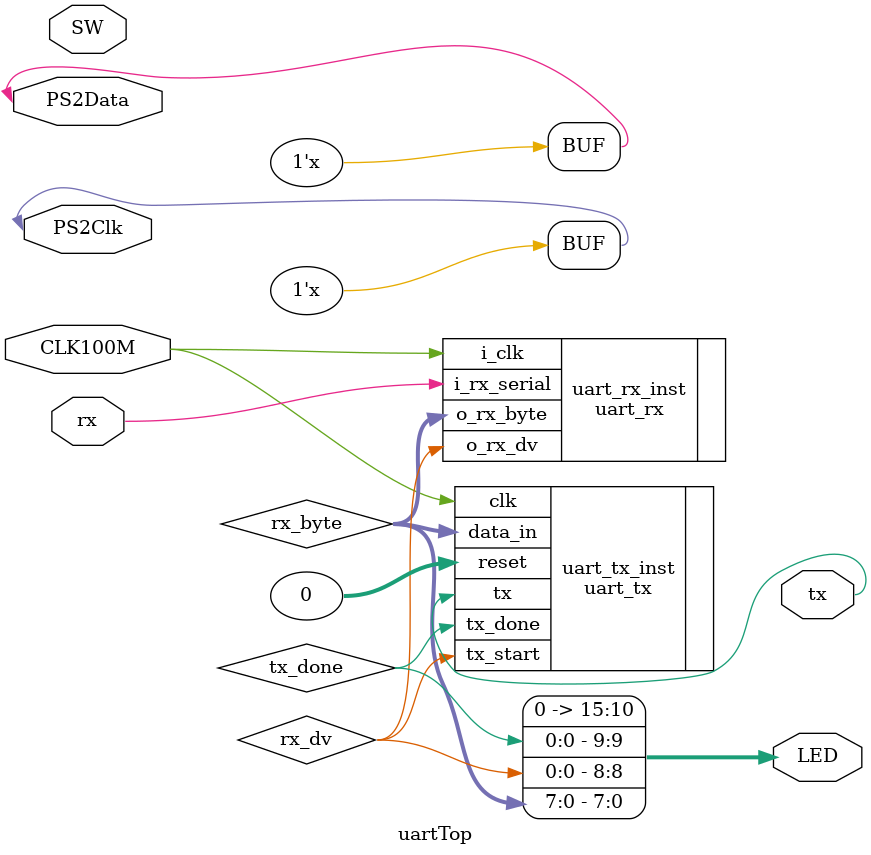
<source format=v>
`timescale 1ns / 1ps


`include "uart_module.v"

module uartTop(
		input CLK100M,     // 100MHz clock input
		input rx,         // UART RX
		input [15:0] SW,    // Switch (SW3,SW2,SW1,SW0)
		output [15:0] LED,   // LED    (LD3,LD2,LD1,LD0)
		output tx,         // UART TX
		inout PS2Clk,      // PS/2 Clock
		inout PS2Data      // PS/2 Data
		);
    
    wire [7:0] rx_byte;
    wire rx_dv;
    wire tx_done;

    uart_rx #(
        .p_CLKS_PER_BIT(10417)
    ) uart_rx_inst (
        .i_clk(CLK100M),
        .i_rx_serial(rx),
        .o_rx_dv(rx_dv),
        .o_rx_byte(rx_byte)
    );

    uart_tx #(
        .BAUD_RATE(10417)
    ) uart_tx_inst (
        .clk(CLK100M),
        .reset(0), // Assuming no reset for now
        .tx_start(rx_dv),
        .data_in(rx_byte),
        .tx_done(tx_done),
        .tx(tx)
    );

    assign LED[7:0] = rx_byte;
    assign LED[8] = rx_dv;
    assign LED[9] = tx_done;
    assign LED[15:10] = 0;


    assign PS2Clk = 1'bz; // 仮の三態（必要に応じて修正）
    assign PS2Data = 1'bz; // 仮の三態（必要に応じて修正）
endmodule

</source>
